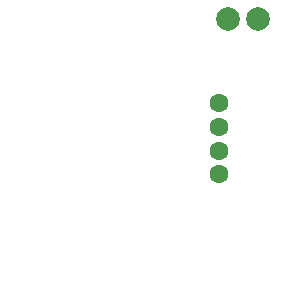
<source format=gbr>
G04 Created by Delta Design Version 2.6.36104.0403*
G04 Date: 11.09.2020 14:45:25*
G04 Project: Programming the device ESP-07*
G04 File name: SIGNAL_BOTTOM*
G04 File format: RS274X*

G04 Parameters*
%FSAN2X44Y44D3M2*%
%MIA0B0*%
%MOMM*%
%IOA0B0*%
%SFA1B1*%
%IJ*%
%IR0*%
G04 End parameters*
G04 Aperture macros*
G04 Rectangle: Width = 1.600000 | Height = 1.600000 | Rotation = 90*
%AMRECT1*21,1,1.600000,1.600000,0,0,90*%
G04 End Aperture macros*
G04 Apertures*
%ADD10C,2*%
%ADD11RECT1*%
%ADD12C,1.600000*%
G04 End apertures*
G04 Layers*
%LNSIGNAL_BOTTOM*%
%SRX1Y1I0J0*%
G54D10*
G01X-00065500Y00126000D03*

G01X-00116496Y00126000D03*

G01X00085500Y00126000D03*

G01X00060000Y00126000D03*

G01X00110000Y-00086000D03*

G01X00110500Y-00060500D03*

G01X00111000Y-00035000D03*

G54D11*
G01X00053000Y-00085500D03*

G54D12*
G01X00053000Y00054500D03*

G01X00053000Y00034500D03*

G01X00053000Y00014500D03*

G01X00053000Y-00005500D03*

G01X00053000Y-00025500D03*

G01X00053000Y-00045500D03*

G01X00053000Y-00065500D03*

G54D11*
G01X-00087000Y-00085500D03*

G54D12*
G01X-00087000Y00054500D03*

G01X-00087000Y00034500D03*

G01X-00087000Y00014500D03*

G01X-00087000Y-00005500D03*

G01X-00087000Y-00025500D03*

G01X-00087000Y-00045500D03*

G01X-00087000Y-00065500D03*
G04 End Layers*
M02*
</source>
